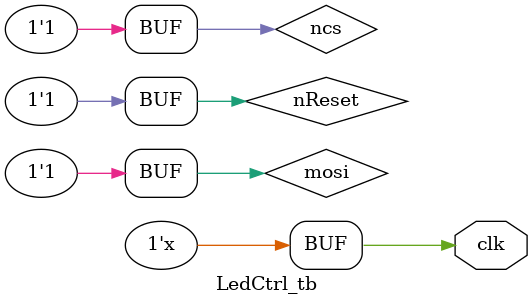
<source format=sv>
`timescale 1 ps / 1 ps
module LedCtrl_tb (

		output   reg	clk
		
		
	);

	reg nReset;
	initial #0 begin

    		clk=0;
		nReset=1;
    	#30 	nReset=0;
	#50 	nReset=1;
  	end

  	always begin
    	#10 	clk=!clk;
  	end

	logic [15:0] spiBuf;
	logic ncs;
	logic mosi;

	
	initial #0 begin
		#0   ncs = '1;
		#100 ncs = '0;
		     mosi = '1;
		#20 mosi = '0;
		#20 mosi = '0;
		#20 mosi = '0;
		#20 mosi = '1;
		#20 mosi = '1;
		#20 mosi = '0;
		#20 mosi = '1;


		#20 mosi = '1;
		#20 mosi = '1;
		#20 mosi = '1;
		#20 mosi = '1;
		#20 mosi = '0;
		#20 mosi = '0;
		#20 mosi = '1;
		#20 mosi = '1;

		#20 ncs = '1;
	end
	
	SPI spi
	(
		.shiftin(mosi),
		.clock(clk),
		.enable(!ncs),
		.q(spiBuf)
	);
	
endmodule


</source>
